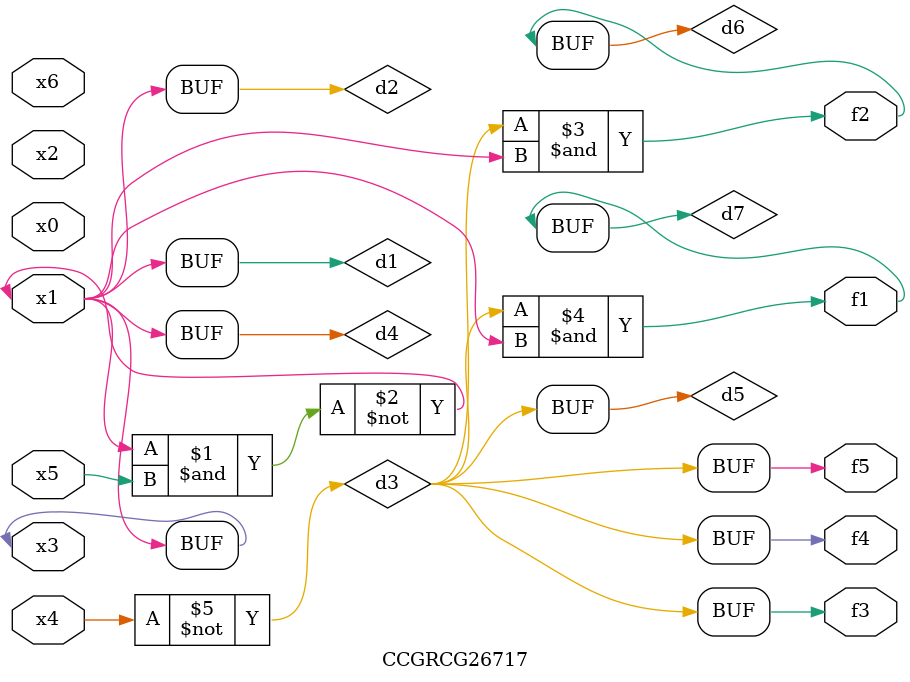
<source format=v>
module CCGRCG26717(
	input x0, x1, x2, x3, x4, x5, x6,
	output f1, f2, f3, f4, f5
);

	wire d1, d2, d3, d4, d5, d6, d7;

	buf (d1, x1, x3);
	nand (d2, x1, x5);
	not (d3, x4);
	buf (d4, d1, d2);
	buf (d5, d3);
	and (d6, d3, d4);
	and (d7, d3, d4);
	assign f1 = d7;
	assign f2 = d6;
	assign f3 = d5;
	assign f4 = d5;
	assign f5 = d5;
endmodule

</source>
